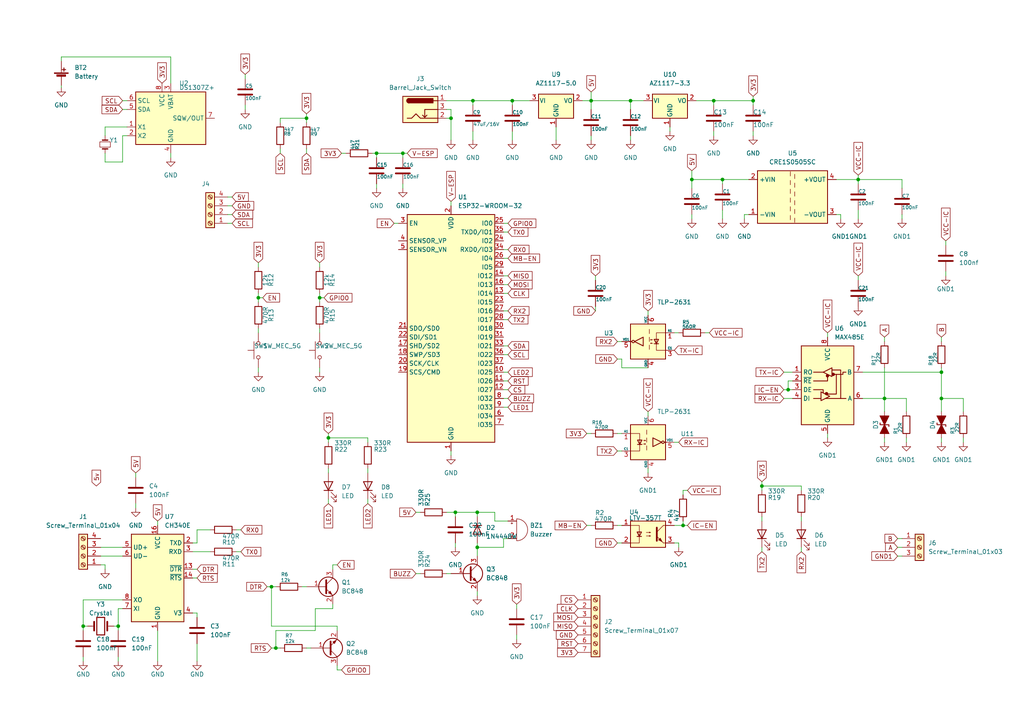
<source format=kicad_sch>
(kicad_sch (version 20230409) (generator eeschema)
  (paper "A4")
  (title_block (title "Ihm Esp32 Core") (date "2023-06-23") (rev "v2.0"))
  (junction (at 256.54 115.57))
  (junction (at 148.59 29.21))
  (junction (at 78.74 170.18))
  (junction (at 200.66 52.07))
  (junction (at 116.84 44.45))
  (junction (at 74.93 86.36))
  (junction (at 132.08 148.59))
  (junction (at 218.44 29.21))
  (junction (at 137.16 29.21))
  (junction (at 34.29 181.61))
  (junction (at 138.43 158.75))
  (junction (at 198.12 152.4))
  (junction (at 273.05 107.95))
  (junction (at 228.6 113.03))
  (junction (at 92.71 86.36))
  (junction (at 24.13 181.61))
  (junction (at 207.01 29.21))
  (junction (at 88.9 34.29))
  (junction (at 171.45 29.21))
  (junction (at 248.92 52.07))
  (junction (at 209.55 52.07))
  (junction (at 182.88 29.21))
  (junction (at 220.98 140.97))
  (junction (at 109.22 44.45))
  (junction (at 130.81 34.29))
  (junction (at 138.43 148.59))
  (junction (at 80.01 187.96))
  (junction (at 273.05 115.57))
  (junction (at 95.25 127))
  (wire (pts (xy 279.4 128.27) (xy 279.4 127)))
  (wire (pts (xy 81.28 34.29) (xy 88.9 34.29)))
  (wire (pts (xy 24.13 173.99) (xy 24.13 181.61)))
  (wire (pts (xy 57.15 186.69) (xy 57.15 191.77)))
  (wire (pts (xy 130.81 31.75) (xy 130.81 34.29)))
  (wire (pts (xy 97.79 193.04) (xy 97.79 194.31)))
  (wire (pts (xy 106.68 137.16) (xy 106.68 135.89)))
  (wire (pts (xy 170.18 152.4) (xy 171.45 152.4)))
  (wire (pts (xy 120.65 166.37) (xy 121.92 166.37)))
  (wire (pts (xy 71.12 21.59) (xy 71.12 22.86)))
  (wire (pts (xy 229.87 110.49) (xy 228.6 110.49)))
  (wire (pts (xy 148.59 40.64) (xy 148.59 38.1)))
  (wire (pts (xy 279.4 115.57) (xy 273.05 115.57)))
  (wire (pts (xy 196.85 157.48) (xy 196.85 158.75)))
  (wire (pts (xy 260.35 158.75) (xy 261.62 158.75)))
  (wire (pts (xy 87.63 170.18) (xy 88.9 170.18)))
  (wire (pts (xy 138.43 148.59) (xy 138.43 149.86)))
  (wire (pts (xy 250.19 107.95) (xy 273.05 107.95)))
  (wire (pts (xy 179.07 104.14) (xy 180.34 104.14)))
  (wire (pts (xy 256.54 97.79) (xy 256.54 99.06)))
  (wire (pts (xy 146.05 72.39) (xy 147.32 72.39)))
  (wire (pts (xy 97.79 194.31) (xy 99.06 194.31)))
  (wire (pts (xy 187.96 137.16) (xy 187.96 135.89)))
  (wire (pts (xy 120.65 148.59) (xy 121.92 148.59)))
  (wire (pts (xy 35.56 39.37) (xy 36.83 39.37)))
  (wire (pts (xy 172.72 80.01) (xy 172.72 81.28)))
  (wire (pts (xy 95.25 146.05) (xy 95.25 144.78)))
  (wire (pts (xy 29.21 158.75) (xy 35.56 158.75)))
  (wire (pts (xy 194.31 38.1) (xy 194.31 36.83)))
  (wire (pts (xy 17.782 24.7477) (xy 17.782 25.4)))
  (wire (pts (xy 273.05 107.95) (xy 273.05 115.57)))
  (wire (pts (xy 232.41 140.97) (xy 220.98 140.97)))
  (wire (pts (xy 248.92 50.8) (xy 248.92 52.07)))
  (wire (pts (xy 96.52 176.53) (xy 96.52 175.26)))
  (wire (pts (xy 242.57 62.23) (xy 243.84 62.23)))
  (wire (pts (xy 227.33 107.95) (xy 229.87 107.95)))
  (wire (pts (xy 250.19 115.57) (xy 256.54 115.57)))
  (wire (pts (xy 146.05 107.95) (xy 147.32 107.95)))
  (wire (pts (xy 149.86 175.26) (xy 149.86 176.53)))
  (wire (pts (xy 91.44 176.53) (xy 96.52 176.53)))
  (wire (pts (xy 149.86 185.42) (xy 149.86 184.15)))
  (wire (pts (xy 274.32 69.85) (xy 274.32 71.12)))
  (wire (pts (xy 147.32 113.03) (xy 146.05 113.03)))
  (wire (pts (xy 171.45 29.21) (xy 168.91 29.21)))
  (wire (pts (xy 147.32 115.57) (xy 146.05 115.57)))
  (wire (pts (xy 220.98 140.97) (xy 220.98 142.24)))
  (wire (pts (xy 200.66 49.53) (xy 200.66 52.07)))
  (wire (pts (xy 182.88 29.21) (xy 182.88 31.75)))
  (wire (pts (xy 109.22 54.61) (xy 109.22 53.34)))
  (wire (pts (xy 248.92 52.07) (xy 261.62 52.07)))
  (wire (pts (xy 273.05 128.27) (xy 273.05 127)))
  (wire (pts (xy 107.95 44.45) (xy 109.22 44.45)))
  (wire (pts (xy 132.08 148.59) (xy 138.43 148.59)))
  (wire (pts (xy 171.45 40.64) (xy 171.45 39.37)))
  (wire (pts (xy 143.51 151.13) (xy 147.32 151.13)))
  (wire (pts (xy 228.6 110.49) (xy 228.6 113.03)))
  (wire (pts (xy 78.74 187.96) (xy 80.01 187.96)))
  (wire (pts (xy 129.54 29.21) (xy 137.16 29.21)))
  (wire (pts (xy 97.79 181.61) (xy 97.79 182.88)))
  (wire (pts (xy 92.71 76.2) (xy 92.71 77.47)))
  (wire (pts (xy 30.48 46.99) (xy 35.56 46.99)))
  (wire (pts (xy 92.71 86.36) (xy 93.98 86.36)))
  (wire (pts (xy 17.782 25.4) (xy 17.78 25.4)))
  (wire (pts (xy 92.71 107.95) (xy 92.71 106.68)))
  (wire (pts (xy 29.21 161.29) (xy 35.56 161.29)))
  (wire (pts (xy 24.13 173.99) (xy 35.56 173.99)))
  (wire (pts (xy 147.32 64.77) (xy 146.05 64.77)))
  (wire (pts (xy 67.31 59.69) (xy 66.04 59.69)))
  (wire (pts (xy 137.16 29.21) (xy 137.16 30.48)))
  (wire (pts (xy 172.72 90.17) (xy 172.72 88.9)))
  (wire (pts (xy 39.37 137.16) (xy 39.37 138.43)))
  (wire (pts (xy 132.08 158.75) (xy 132.08 157.48)))
  (wire (pts (xy 129.54 31.75) (xy 130.81 31.75)))
  (wire (pts (xy 171.45 29.21) (xy 171.45 31.75)))
  (wire (pts (xy 34.29 191.77) (xy 34.29 190.5)))
  (wire (pts (xy 130.81 34.29) (xy 130.81 40.64)))
  (wire (pts (xy 96.52 163.83) (xy 97.79 163.83)))
  (wire (pts (xy 57.15 165.1) (xy 55.88 165.1)))
  (wire (pts (xy 215.9 62.23) (xy 215.9 63.5)))
  (wire (pts (xy 106.68 128.27) (xy 106.68 127)))
  (wire (pts (xy 77.47 170.18) (xy 78.74 170.18)))
  (wire (pts (xy 55.88 160.02) (xy 60.96 160.02)))
  (wire (pts (xy 186.69 29.21) (xy 182.88 29.21)))
  (wire (pts (xy 34.29 181.61) (xy 34.29 182.88)))
  (wire (pts (xy 74.93 85.09) (xy 74.93 86.36)))
  (wire (pts (xy 30.48 36.83) (xy 30.48 39.37)))
  (wire (pts (xy 36.83 36.83) (xy 30.48 36.83)))
  (wire (pts (xy 129.54 148.59) (xy 132.08 148.59)))
  (wire (pts (xy 180.34 106.68) (xy 187.96 106.68)))
  (wire (pts (xy 198.12 152.4) (xy 199.39 152.4)))
  (wire (pts (xy 24.13 181.61) (xy 25.4 181.61)))
  (wire (pts (xy 262.89 115.57) (xy 256.54 115.57)))
  (wire (pts (xy 232.41 160.02) (xy 232.41 158.75)))
  (wire (pts (xy 116.84 44.45) (xy 116.84 45.72)))
  (wire (pts (xy 78.74 170.18) (xy 80.01 170.18)))
  (wire (pts (xy 30.48 163.83) (xy 30.48 165.1)))
  (wire (pts (xy 74.93 76.2) (xy 74.93 77.47)))
  (wire (pts (xy 68.58 160.02) (xy 69.85 160.02)))
  (wire (pts (xy 49.53 24.13) (xy 49.53 16.51)))
  (wire (pts (xy 130.81 130.81) (xy 130.81 132.08)))
  (wire (pts (xy 187.96 119.38) (xy 187.96 120.65)))
  (wire (pts (xy 138.43 148.59) (xy 143.51 148.59)))
  (wire (pts (xy 138.43 158.75) (xy 138.43 157.48)))
  (wire (pts (xy 129.54 34.29) (xy 130.81 34.29)))
  (wire (pts (xy 228.6 113.03) (xy 229.87 113.03)))
  (wire (pts (xy 201.93 29.21) (xy 207.01 29.21)))
  (wire (pts (xy 17.78 16.51) (xy 49.53 16.51)))
  (wire (pts (xy 57.15 157.48) (xy 57.15 153.67)))
  (wire (pts (xy 179.07 130.81) (xy 180.34 130.81)))
  (wire (pts (xy 109.22 44.45) (xy 109.22 45.72)))
  (wire (pts (xy 260.35 156.21) (xy 261.62 156.21)))
  (wire (pts (xy 217.17 62.23) (xy 215.9 62.23)))
  (wire (pts (xy 146.05 118.11) (xy 147.32 118.11)))
  (wire (pts (xy 148.59 29.21) (xy 153.67 29.21)))
  (wire (pts (xy 179.07 125.73) (xy 180.34 125.73)))
  (wire (pts (xy 207.01 29.21) (xy 218.44 29.21)))
  (wire (pts (xy 80.01 187.96) (xy 81.28 187.96)))
  (wire (pts (xy 248.92 81.28) (xy 248.92 80.01)))
  (wire (pts (xy 57.15 167.64) (xy 55.88 167.64)))
  (wire (pts (xy 91.44 182.88) (xy 91.44 176.53)))
  (wire (pts (xy 81.28 44.45) (xy 81.28 43.18)))
  (wire (pts (xy 95.25 125.73) (xy 95.25 127)))
  (wire (pts (xy 180.34 104.14) (xy 180.34 106.68)))
  (wire (pts (xy 67.31 57.15) (xy 66.04 57.15)))
  (wire (pts (xy 88.9 34.29) (xy 88.9 35.56)))
  (wire (pts (xy 195.58 128.27) (xy 196.85 128.27)))
  (wire (pts (xy 138.43 158.75) (xy 146.05 158.75)))
  (wire (pts (xy 217.17 52.07) (xy 209.55 52.07)))
  (wire (pts (xy 146.05 156.21) (xy 147.32 156.21)))
  (wire (pts (xy 218.44 29.21) (xy 218.44 30.48)))
  (wire (pts (xy 106.68 146.05) (xy 106.68 144.78)))
  (wire (pts (xy 171.45 26.67) (xy 171.45 29.21)))
  (wire (pts (xy 114.3 64.77) (xy 115.57 64.77)))
  (wire (pts (xy 179.07 99.06) (xy 180.34 99.06)))
  (wire (pts (xy 57.15 153.67) (xy 60.96 153.67)))
  (wire (pts (xy 68.58 153.67) (xy 69.85 153.67)))
  (wire (pts (xy 256.54 115.57) (xy 256.54 119.38)))
  (wire (pts (xy 200.66 62.23) (xy 200.66 63.5)))
  (wire (pts (xy 34.29 176.53) (xy 34.29 181.61)))
  (wire (pts (xy 57.15 177.8) (xy 57.15 179.07)))
  (wire (pts (xy 240.03 96.52) (xy 240.03 97.79)))
  (wire (pts (xy 24.13 181.61) (xy 24.13 182.88)))
  (wire (pts (xy 218.44 39.37) (xy 218.44 38.1)))
  (wire (pts (xy 273.05 106.68) (xy 273.05 107.95)))
  (wire (pts (xy 279.4 119.38) (xy 279.4 115.57)))
  (wire (pts (xy 240.03 125.73) (xy 240.03 127)))
  (wire (pts (xy 200.66 52.07) (xy 209.55 52.07)))
  (wire (pts (xy 148.59 29.21) (xy 148.59 30.48)))
  (wire (pts (xy 232.41 151.13) (xy 232.41 149.86)))
  (wire (pts (xy 95.25 127) (xy 95.25 128.27)))
  (wire (pts (xy 74.93 86.36) (xy 74.93 87.63)))
  (wire (pts (xy 220.98 151.13) (xy 220.98 149.86)))
  (wire (pts (xy 106.68 127) (xy 95.25 127)))
  (wire (pts (xy 92.71 95.25) (xy 92.71 96.52)))
  (wire (pts (xy 80.01 182.88) (xy 91.44 182.88)))
  (wire (pts (xy 199.39 142.24) (xy 198.12 142.24)))
  (wire (pts (xy 242.57 52.07) (xy 248.92 52.07)))
  (wire (pts (xy 95.25 137.16) (xy 95.25 135.89)))
  (wire (pts (xy 218.44 27.94) (xy 218.44 29.21)))
  (wire (pts (xy 35.56 176.53) (xy 34.29 176.53)))
  (wire (pts (xy 35.56 39.37) (xy 35.56 46.99)))
  (wire (pts (xy 96.52 165.1) (xy 96.52 163.83)))
  (wire (pts (xy 138.43 158.75) (xy 138.43 161.29)))
  (wire (pts (xy 179.07 157.48) (xy 180.34 157.48)))
  (wire (pts (xy 129.54 166.37) (xy 130.81 166.37)))
  (wire (pts (xy 147.32 110.49) (xy 146.05 110.49)))
  (wire (pts (xy 182.88 40.64) (xy 182.88 39.37)))
  (wire (pts (xy 146.05 67.31) (xy 147.32 67.31)))
  (wire (pts (xy 99.06 44.45) (xy 100.33 44.45)))
  (wire (pts (xy 24.13 191.77) (xy 24.13 190.5)))
  (wire (pts (xy 256.54 106.68) (xy 256.54 115.57)))
  (wire (pts (xy 179.07 152.4) (xy 180.34 152.4)))
  (wire (pts (xy 146.05 92.71) (xy 147.32 92.71)))
  (wire (pts (xy 147.32 85.09) (xy 146.05 85.09)))
  (wire (pts (xy 146.05 90.17) (xy 147.32 90.17)))
  (wire (pts (xy 130.81 58.42) (xy 130.81 59.69)))
  (wire (pts (xy 195.58 157.48) (xy 196.85 157.48)))
  (wire (pts (xy 33.02 181.61) (xy 34.29 181.61)))
  (wire (pts (xy 147.32 82.55) (xy 146.05 82.55)))
  (wire (pts (xy 92.71 86.36) (xy 92.71 87.63)))
  (wire (pts (xy 55.88 177.8) (xy 57.15 177.8)))
  (wire (pts (xy 198.12 151.13) (xy 198.12 152.4)))
  (wire (pts (xy 137.16 40.64) (xy 137.16 38.1)))
  (wire (pts (xy 49.53 45.72) (xy 49.53 44.45)))
  (wire (pts (xy 35.56 29.21) (xy 36.83 29.21)))
  (wire (pts (xy 262.89 119.38) (xy 262.89 115.57)))
  (wire (pts (xy 200.66 54.61) (xy 200.66 52.07)))
  (wire (pts (xy 146.05 158.75) (xy 146.05 156.21)))
  (wire (pts (xy 195.58 96.52) (xy 196.85 96.52)))
  (wire (pts (xy 78.74 181.61) (xy 97.79 181.61)))
  (wire (pts (xy 116.84 54.61) (xy 116.84 53.34)))
  (wire (pts (xy 29.21 163.83) (xy 30.48 163.83)))
  (wire (pts (xy 248.92 52.07) (xy 248.92 53.34)))
  (wire (pts (xy 220.98 160.02) (xy 220.98 158.75)))
  (wire (pts (xy 227.33 113.03) (xy 228.6 113.03)))
  (wire (pts (xy 207.01 29.21) (xy 207.01 30.48)))
  (wire (pts (xy 243.84 62.23) (xy 243.84 63.5)))
  (wire (pts (xy 67.31 64.77) (xy 66.04 64.77)))
  (wire (pts (xy 262.89 128.27) (xy 262.89 127)))
  (wire (pts (xy 143.51 148.59) (xy 143.51 151.13)))
  (wire (pts (xy 227.33 115.57) (xy 229.87 115.57)))
  (wire (pts (xy 74.93 95.25) (xy 74.93 96.52)))
  (wire (pts (xy 81.28 35.56) (xy 81.28 34.29)))
  (wire (pts (xy 92.71 85.09) (xy 92.71 86.36)))
  (wire (pts (xy 170.18 125.73) (xy 171.45 125.73)))
  (wire (pts (xy 261.62 62.23) (xy 261.62 63.5)))
  (wire (pts (xy 137.16 29.21) (xy 148.59 29.21)))
  (wire (pts (xy 147.32 74.93) (xy 146.05 74.93)))
  (wire (pts (xy 220.98 139.7) (xy 220.98 140.97)))
  (wire (pts (xy 88.9 187.96) (xy 90.17 187.96)))
  (wire (pts (xy 30.48 44.45) (xy 30.48 46.99)))
  (wire (pts (xy 207.01 39.37) (xy 207.01 38.1)))
  (wire (pts (xy 261.62 54.61) (xy 261.62 52.07)))
  (wire (pts (xy 88.9 33.02) (xy 88.9 34.29)))
  (wire (pts (xy 67.31 62.23) (xy 66.04 62.23)))
  (wire (pts (xy 45.72 182.88) (xy 45.72 191.77)))
  (wire (pts (xy 187.96 90.17) (xy 187.96 91.44)))
  (wire (pts (xy 74.93 86.36) (xy 76.2 86.36)))
  (wire (pts (xy 138.43 172.72) (xy 138.43 171.45)))
  (wire (pts (xy 198.12 142.24) (xy 198.12 143.51)))
  (wire (pts (xy 39.37 147.32) (xy 39.37 146.05)))
  (wire (pts (xy 232.41 142.24) (xy 232.41 140.97)))
  (wire (pts (xy 182.88 29.21) (xy 171.45 29.21)))
  (wire (pts (xy 80.01 187.96) (xy 80.01 182.88)))
  (wire (pts (xy 132.08 148.59) (xy 132.08 149.86)))
  (wire (pts (xy 71.12 31.75) (xy 71.12 30.48)))
  (wire (pts (xy 273.05 115.57) (xy 273.05 119.38)))
  (wire (pts (xy 274.32 78.74) (xy 274.32 80.01)))
  (wire (pts (xy 161.29 40.64) (xy 161.29 36.83)))
  (wire (pts (xy 45.72 151.13) (xy 45.72 152.4)))
  (wire (pts (xy 204.47 96.52) (xy 205.74 96.52)))
  (wire (pts (xy 147.32 100.33) (xy 146.05 100.33)))
  (wire (pts (xy 74.93 107.95) (xy 74.93 106.68)))
  (wire (pts (xy 273.05 97.79) (xy 273.05 99.06)))
  (wire (pts (xy 209.55 52.07) (xy 209.55 53.34)))
  (wire (pts (xy 35.56 31.75) (xy 36.83 31.75)))
  (wire (pts (xy 109.22 44.45) (xy 116.84 44.45)))
  (wire (pts (xy 116.84 44.45) (xy 118.11 44.45)))
  (wire (pts (xy 147.32 102.87) (xy 146.05 102.87)))
  (wire (pts (xy 260.35 161.29) (xy 261.62 161.29)))
  (wire (pts (xy 55.88 157.48) (xy 57.15 157.48)))
  (wire (pts (xy 147.32 80.01) (xy 146.05 80.01)))
  (wire (pts (xy 17.78 16.51) (xy 17.78 17.78)))
  (wire (pts (xy 256.54 128.27) (xy 256.54 127)))
  (wire (pts (xy 195.58 152.4) (xy 198.12 152.4)))
  (wire (pts (xy 248.92 60.96) (xy 248.92 63.5)))
  (wire (pts (xy 209.55 60.96) (xy 209.55 63.5)))
  (wire (pts (xy 78.74 170.18) (xy 78.74 181.61)))
  (wire (pts (xy 88.9 44.45) (xy 88.9 43.18)))
  (global_label "RX2" (shape input) (at 179.07 99.06 180) (property "Intersheetrefs" "${INTERSHEET_REFS}" (effects hide)))
  (global_label "5V" (shape input) (at 171.45 26.67 90) (property "Intersheetrefs" "${INTERSHEET_REFS}" (effects hide)))
  (global_label "TX2" (shape input) (at 147.32 92.71 0) (property "Intersheetrefs" "${INTERSHEET_REFS}" (effects hide)))
  (global_label "SDA" (shape input) (at 35.56 31.75 180) (property "Intersheetrefs" "${INTERSHEET_REFS}" (effects hide)))
  (global_label "MOSI" (shape input) (at 167.64 179.07 180) (property "Intersheetrefs" "${INTERSHEET_REFS}" (effects hide)))
  (global_label "MB-EN" (shape input) (at 170.18 152.4 180) (property "Intersheetrefs" "${INTERSHEET_REFS}" (effects hide)))
  (global_label "3V3" (shape input) (at 74.93 76.2 90) (property "Intersheetrefs" "${INTERSHEET_REFS}" (effects hide)))
  (global_label "LED1" (shape input) (at 147.32 118.11 0) (property "Intersheetrefs" "${INTERSHEET_REFS}" (effects hide)))
  (global_label "3V3" (shape input) (at 167.64 189.23 180) (property "Intersheetrefs" "${INTERSHEET_REFS}" (effects hide)))
  (global_label "3V3" (shape input) (at 99.06 44.45 180) (property "Intersheetrefs" "${INTERSHEET_REFS}" (effects hide)))
  (global_label "3V3" (shape input) (at 92.71 76.2 90) (property "Intersheetrefs" "${INTERSHEET_REFS}" (effects hide)))
  (global_label "MISO" (shape input) (at 167.64 181.61 180) (property "Intersheetrefs" "${INTERSHEET_REFS}" (effects hide)))
  (global_label "TX0" (shape input) (at 69.85 160.02 0) (property "Intersheetrefs" "${INTERSHEET_REFS}" (effects hide)))
  (global_label "VCC-IC" (shape input) (at 248.92 80.01 90) (property "Intersheetrefs" "${INTERSHEET_REFS}" (effects hide)))
  (global_label "A" (shape input) (at 260.35 158.75 180) (property "Intersheetrefs" "${INTERSHEET_REFS}" (effects hide)))
  (global_label "RX2" (shape input) (at 147.32 90.17 0) (property "Intersheetrefs" "${INTERSHEET_REFS}" (effects hide)))
  (global_label "DTR" (shape input) (at 57.15 165.1 0) (property "Intersheetrefs" "${INTERSHEET_REFS}" (effects hide)))
  (global_label "5V" (shape input) (at 67.31 57.15 0) (property "Intersheetrefs" "${INTERSHEET_REFS}" (effects hide)))
  (global_label "MB-EN" (shape input) (at 147.32 74.93 0) (property "Intersheetrefs" "${INTERSHEET_REFS}" (effects hide)))
  (global_label "GND1" (shape input) (at 260.35 161.29 180) (property "Intersheetrefs" "${INTERSHEET_REFS}" (effects hide)))
  (global_label "3V3" (shape input) (at 172.72 80.01 90) (property "Intersheetrefs" "${INTERSHEET_REFS}" (effects hide)))
  (global_label "TX-IC" (shape input) (at 227.33 107.95 180) (property "Intersheetrefs" "${INTERSHEET_REFS}" (effects hide)))
  (global_label "GPIO0" (shape input) (at 99.06 194.31 0) (property "Intersheetrefs" "${INTERSHEET_REFS}" (effects hide)))
  (global_label "EN" (shape input) (at 97.79 163.83 0) (property "Intersheetrefs" "${INTERSHEET_REFS}" (effects hide)))
  (global_label "SDA" (shape input) (at 67.31 62.23 0) (property "Intersheetrefs" "${INTERSHEET_REFS}" (effects hide)))
  (global_label "RX0" (shape input) (at 69.85 153.67 0) (property "Intersheetrefs" "${INTERSHEET_REFS}" (effects hide)))
  (global_label "CS" (shape input) (at 147.32 113.03 0) (property "Intersheetrefs" "${INTERSHEET_REFS}" (effects hide)))
  (global_label "SDA" (shape input) (at 147.32 100.33 0) (property "Intersheetrefs" "${INTERSHEET_REFS}" (effects hide)))
  (global_label "CLK" (shape input) (at 147.32 85.09 0) (property "Intersheetrefs" "${INTERSHEET_REFS}" (effects hide)))
  (global_label "SDA" (shape input) (at 88.9 44.45 270) (property "Intersheetrefs" "${INTERSHEET_REFS}" (effects hide)))
  (global_label "LED2" (shape input) (at 147.32 107.95 0) (property "Intersheetrefs" "${INTERSHEET_REFS}" (effects hide)))
  (global_label "VCC-IC" (shape input) (at 240.03 96.52 90) (property "Intersheetrefs" "${INTERSHEET_REFS}" (effects hide)))
  (global_label "GND" (shape input) (at 179.07 104.14 180) (property "Intersheetrefs" "${INTERSHEET_REFS}" (effects hide)))
  (global_label "SCL" (shape input) (at 147.32 102.87 0) (property "Intersheetrefs" "${INTERSHEET_REFS}" (effects hide)))
  (global_label "TX2" (shape input) (at 179.07 130.81 180) (property "Intersheetrefs" "${INTERSHEET_REFS}" (effects hide)))
  (global_label "VCC-IC" (shape input) (at 205.74 96.52 0) (property "Intersheetrefs" "${INTERSHEET_REFS}" (effects hide)))
  (global_label "5V" (shape input) (at 120.65 148.59 180) (property "Intersheetrefs" "${INTERSHEET_REFS}" (effects hide)))
  (global_label "SCL" (shape input) (at 35.56 29.21 180) (property "Intersheetrefs" "${INTERSHEET_REFS}" (effects hide)))
  (global_label "RST" (shape input) (at 147.32 110.49 0) (property "Intersheetrefs" "${INTERSHEET_REFS}" (effects hide)))
  (global_label "RX2" (shape input) (at 232.41 160.02 270) (property "Intersheetrefs" "${INTERSHEET_REFS}" (effects hide)))
  (global_label "BUZZ" (shape input) (at 147.32 115.57 0) (property "Intersheetrefs" "${INTERSHEET_REFS}" (effects hide)))
  (global_label "VCC-IC" (shape input) (at 248.92 50.8 90) (property "Intersheetrefs" "${INTERSHEET_REFS}" (effects hide)))
  (global_label "GPIO0" (shape input) (at 93.98 86.36 0) (property "Intersheetrefs" "${INTERSHEET_REFS}" (effects hide)))
  (global_label "5v" (shape input) (at 27.94 140.97 90) (property "Intersheetrefs" "${INTERSHEET_REFS}" (effects hide)))
  (global_label "RTS" (shape input) (at 57.15 167.64 0) (property "Intersheetrefs" "${INTERSHEET_REFS}" (effects hide)))
  (global_label "RX-IC" (shape input) (at 196.85 128.27 0) (property "Intersheetrefs" "${INTERSHEET_REFS}" (effects hide)))
  (global_label "3V3" (shape input) (at 46.99 24.13 90) (property "Intersheetrefs" "${INTERSHEET_REFS}" (effects hide)))
  (global_label "5V" (shape input) (at 200.66 49.53 90) (property "Intersheetrefs" "${INTERSHEET_REFS}" (effects hide)))
  (global_label "SCL" (shape input) (at 67.31 64.77 0) (property "Intersheetrefs" "${INTERSHEET_REFS}" (effects hide)))
  (global_label "RST" (shape input) (at 167.64 186.69 180) (property "Intersheetrefs" "${INTERSHEET_REFS}" (effects hide)))
  (global_label "GND" (shape input) (at 167.64 184.15 180) (property "Intersheetrefs" "${INTERSHEET_REFS}" (effects hide)))
  (global_label "5V" (shape input) (at 39.37 137.16 90) (property "Intersheetrefs" "${INTERSHEET_REFS}" (effects hide)))
  (global_label "RX0" (shape input) (at 147.32 72.39 0) (property "Intersheetrefs" "${INTERSHEET_REFS}" (effects hide)))
  (global_label "RTS" (shape input) (at 78.74 187.96 180) (property "Intersheetrefs" "${INTERSHEET_REFS}" (effects hide)))
  (global_label "CLK" (shape input) (at 167.64 176.53 180) (property "Intersheetrefs" "${INTERSHEET_REFS}" (effects hide)))
  (global_label "TX0" (shape input) (at 147.32 67.31 0) (property "Intersheetrefs" "${INTERSHEET_REFS}" (effects hide)))
  (global_label "GND" (shape input) (at 67.31 59.69 0) (property "Intersheetrefs" "${INTERSHEET_REFS}" (effects hide)))
  (global_label "3V3" (shape input) (at 218.44 27.94 90) (property "Intersheetrefs" "${INTERSHEET_REFS}" (effects hide)))
  (global_label "B" (shape input) (at 273.05 97.79 90) (property "Intersheetrefs" "${INTERSHEET_REFS}" (effects hide)))
  (global_label "GND" (shape input) (at 172.72 90.17 180) (property "Intersheetrefs" "${INTERSHEET_REFS}" (effects hide)))
  (global_label "BUZZ" (shape input) (at 120.65 166.37 180) (property "Intersheetrefs" "${INTERSHEET_REFS}" (effects hide)))
  (global_label "MOSI" (shape input) (at 147.32 82.55 0) (property "Intersheetrefs" "${INTERSHEET_REFS}" (effects hide)))
  (global_label "LED1" (shape input) (at 95.25 146.05 270) (property "Intersheetrefs" "${INTERSHEET_REFS}" (effects hide)))
  (global_label "3V3" (shape input) (at 71.12 21.59 90) (property "Intersheetrefs" "${INTERSHEET_REFS}" (effects hide)))
  (global_label "CS" (shape input) (at 167.64 173.99 180) (property "Intersheetrefs" "${INTERSHEET_REFS}" (effects hide)))
  (global_label "VCC-IC" (shape input) (at 274.32 69.85 90) (property "Intersheetrefs" "${INTERSHEET_REFS}" (effects hide)))
  (global_label "GND" (shape input) (at 179.07 157.48 180) (property "Intersheetrefs" "${INTERSHEET_REFS}" (effects hide)))
  (global_label "VCC-IC" (shape input) (at 187.96 119.38 90) (property "Intersheetrefs" "${INTERSHEET_REFS}" (effects hide)))
  (global_label "A" (shape input) (at 256.54 97.79 90) (property "Intersheetrefs" "${INTERSHEET_REFS}" (effects hide)))
  (global_label "DTR" (shape input) (at 77.47 170.18 180) (property "Intersheetrefs" "${INTERSHEET_REFS}" (effects hide)))
  (global_label "V-ESP" (shape input) (at 130.81 58.42 90) (property "Intersheetrefs" "${INTERSHEET_REFS}" (effects hide)))
  (global_label "V-ESP" (shape input) (at 118.11 44.45 0) (property "Intersheetrefs" "${INTERSHEET_REFS}" (effects hide)))
  (global_label "MISO" (shape input) (at 147.32 80.01 0) (property "Intersheetrefs" "${INTERSHEET_REFS}" (effects hide)))
  (global_label "3V3" (shape input) (at 187.96 90.17 90) (property "Intersheetrefs" "${INTERSHEET_REFS}" (effects hide)))
  (global_label "3V3" (shape input) (at 149.86 175.26 90) (property "Intersheetrefs" "${INTERSHEET_REFS}" (effects hide)))
  (global_label "3V3" (shape input) (at 88.9 33.02 90) (property "Intersheetrefs" "${INTERSHEET_REFS}" (effects hide)))
  (global_label "IC-EN" (shape input) (at 227.33 113.03 180) (property "Intersheetrefs" "${INTERSHEET_REFS}" (effects hide)))
  (global_label "LED2" (shape input) (at 106.68 146.05 270) (property "Intersheetrefs" "${INTERSHEET_REFS}" (effects hide)))
  (global_label "B" (shape input) (at 260.35 156.21 180) (property "Intersheetrefs" "${INTERSHEET_REFS}" (effects hide)))
  (global_label "TX2" (shape input) (at 220.98 160.02 270) (property "Intersheetrefs" "${INTERSHEET_REFS}" (effects hide)))
  (global_label "TX-IC" (shape input) (at 195.58 101.6 0) (property "Intersheetrefs" "${INTERSHEET_REFS}" (effects hide)))
  (global_label "EN" (shape input) (at 114.3 64.77 180) (property "Intersheetrefs" "${INTERSHEET_REFS}" (effects hide)))
  (global_label "5V" (shape input) (at 45.72 151.13 90) (property "Intersheetrefs" "${INTERSHEET_REFS}" (effects hide)))
  (global_label "IC-EN" (shape input) (at 199.39 152.4 0) (property "Intersheetrefs" "${INTERSHEET_REFS}" (effects hide)))
  (global_label "VCC-IC" (shape input) (at 199.39 142.24 0) (property "Intersheetrefs" "${INTERSHEET_REFS}" (effects hide)))
  (global_label "3V3" (shape input) (at 95.25 125.73 90) (property "Intersheetrefs" "${INTERSHEET_REFS}" (effects hide)))
  (global_label "GPIO0" (shape input) (at 147.32 64.77 0) (property "Intersheetrefs" "${INTERSHEET_REFS}" (effects hide)))
  (global_label "3V3" (shape input) (at 220.98 139.7 90) (property "Intersheetrefs" "${INTERSHEET_REFS}" (effects hide)))
  (global_label "EN" (shape input) (at 76.2 86.36 0) (property "Intersheetrefs" "${INTERSHEET_REFS}" (effects hide)))
  (global_label "SCL" (shape input) (at 81.28 44.45 270) (property "Intersheetrefs" "${INTERSHEET_REFS}" (effects hide)))
  (global_label "RX-IC" (shape input) (at 227.33 115.57 180) (property "Intersheetrefs" "${INTERSHEET_REFS}" (effects hide)))
  (global_label "3V3" (shape input) (at 170.18 125.73 180) (property "Intersheetrefs" "${INTERSHEET_REFS}" (effects hide)))
  (symbol (lib_id "power:GND") (at 200.66 63.5 0) (unit 1)
    (property "Reference" "#PWR014" (effects hide))
    (property "Value" "GND" (at 200.66 68.58 0))
  )
  (symbol (lib_id "Connector:Screw_Terminal_01x03") (at 266.7 158.75 0) (unit 1)
    (property "Reference" "J6" (at 269.24 157.4799 0) (effects (justify left)))
    (property "Value" "Screw_Terminal_01x03" (at 269.24 160.0199 0) (effects (justify left)))
    (property "Footprint" "Library:KF128L-3.5-3P" (effects hide))
  )
  (symbol (lib_id "Device:Buzzer") (at 149.86 153.67 0) (unit 1)
    (property "Reference" "BZ1" (at 153.67 152.3999 0) (effects (justify left)))
    (property "Value" "Buzzer" (at 153.67 154.9399 0) (effects (justify left)))
    (property "Footprint" "Buzzer_Beeper:Buzzer_12x9.5RM7.6" (effects hide))
  )
  (symbol (lib_id "Device:C") (at 182.88 35.56 0) (unit 1)
    (property "Reference" "C12" (at 182.8464 33.7683 0) (effects (font (size 1 1)) (justify left)))
    (property "Value" "100nF" (at 182.9855 37.4199 0) (effects (font (size 1 1)) (justify left)))
    (property "Footprint" "Capacitor_SMD:C_0805_2012Metric" (effects hide))
  )
  (symbol (lib_id "Device:C") (at 148.59 34.29 0) (unit 1)
    (property "Reference" "C10" (at 148.6119 32.5732 0) (effects (font (size 1 1)) (justify left)))
    (property "Value" "100nF" (at 148.662 36.0287 0) (effects (font (size 1 1)) (justify left)))
    (property "Footprint" "Capacitor_SMD:C_0805_2012Metric" (effects hide))
  )
  (symbol (lib_id "Regulator_Linear:AZ1117-5.0") (at 161.29 29.21 0) (unit 1)
    (property "Reference" "U9" (at 161.29 21.59 0))
    (property "Value" "AZ1117-5.0" (at 161.29 24.13 0))
    (property "Footprint" "Package_TO_SOT_SMD:SOT-223" (effects hide))
    (property "Datasheet" "https://www.diodes.com/assets/Datasheets/AZ1117.pdf" (effects hide))
  )
  (symbol (lib_id "Device:D_TVS_Filled") (at 273.05 123.19 90) (unit 1)
    (property "Reference" "D4" (at 270.51 123.19 0))
    (property "Value" "D_TVS_Filled" (effects hide))
    (property "Footprint" "Diode_SMD:D_SOD-128" (effects hide))
  )
  (symbol (lib_id "Device:C") (at 218.44 34.29 0) (unit 1)
    (property "Reference" "C14" (at 218.3923 32.5221 0) (effects (justify left)))
    (property "Value" "100nF" (at 218.3923 36.2027 0) (effects (justify left)))
    (property "Footprint" "Capacitor_SMD:C_0805_2012Metric" (effects hide))
  )
  (symbol (lib_id "Isolator:LTV-357T") (at 187.96 154.94 0) (unit 1)
    (property "Reference" "U4" (at 183.896 148.5392 0))
    (property "Value" "LTV-357T" (at 187.198 150.241 0))
    (property "Footprint" "Package_SO:SO-4_4.4x3.6mm_P2.54mm" (effects hide))
    (property "Datasheet" "https://www.buerklin.com/medias/sys_master/download/download/h91/ha0/8892020588574.pdf" (effects hide))
  )
  (symbol (lib_id "Device:C") (at 116.84 49.53 0) (unit 1)
    (property "Reference" "C16" (at 116.8619 47.8132 0) (effects (font (size 1 1)) (justify left)))
    (property "Value" "100nF" (at 116.912 51.2687 0) (effects (font (size 1 1)) (justify left)))
    (property "Footprint" "Capacitor_SMD:C_0805_2012Metric" (effects hide))
  )
  (symbol (lib_name "SW_MEC_5G_1") (lib_id "Switch:SW_MEC_5G") (at 92.71 101.6 90) (unit 1)
    (property "Reference" "SW2" (at 91.4399 100.33 90) (effects (justify right)))
    (property "Value" "SW_MEC_5G" (at 93.98 100.33 90) (effects (justify right)))
    (property "Footprint" "Button_Switch_SMD:SW_DIP_SPSTx01_Slide_6.7x4.1mm_W6.73mm_P2.54mm_LowProfile_JPin" (effects hide))
    (property "Datasheet" "http://www.apem.com/int/index.php?controller=attachment&id_attachment=488" (effects hide))
  )
  (symbol (lib_id "Device:C") (at 209.55 57.15 0) (unit 1)
    (property "Reference" "C1" (at 209.6145 55.5038 0) (effects (font (size 1 1)) (justify left)))
    (property "Value" "100nF" (at 209.5272 58.9911 0) (effects (font (size 1 1)) (justify left)))
    (property "Footprint" "Capacitor_SMD:C_0805_2012Metric" (effects hide))
  )
  (symbol (lib_id "Connector:Screw_Terminal_01x07") (at 172.72 181.61 0) (unit 1)
    (property "Reference" "J2" (at 175.26 180.3399 0) (effects (justify left)))
    (property "Value" "Screw_Terminal_01x07" (at 175.26 182.8799 0) (effects (justify left)))
    (property "Footprint" "Library:kk-2.54-7P" (effects hide))
  )
  (symbol (lib_id "Device:C") (at 248.92 57.15 0) (unit 1)
    (property "Reference" "C2" (at 248.9845 55.5038 0) (effects (font (size 1 1)) (justify left)))
    (property "Value" "100nF" (at 248.8972 58.9911 0) (effects (font (size 1 1)) (justify left)))
    (property "Footprint" "Capacitor_SMD:C_0805_2012Metric" (effects hide))
  )
  (symbol (lib_id "power:GND") (at 215.9 63.5 0) (unit 1)
    (property "Reference" "#PWR05" (effects hide))
    (property "Value" "GND" (at 215.9 68.58 0))
  )
  (symbol (lib_id "Device:C") (at 200.66 58.42 0) (unit 1)
    (property "Reference" "C6" (at 200.7245 56.7738 0) (effects (font (size 1 1)) (justify left)))
    (property "Value" "100nF" (at 200.6372 60.2611 0) (effects (font (size 1 1)) (justify left)))
    (property "Footprint" "Capacitor_SMD:C_0805_2012Metric" (effects hide))
  )
  (symbol (lib_id "Device:LED") (at 106.68 140.97 90) (unit 1)
    (property "Reference" "D8" (at 110.49 141.2874 90) (effects (justify right)))
    (property "Value" "LED" (at 110.49 143.8274 90) (effects (justify right)))
    (property "Footprint" "LED_SMD:LED_0805_2012Metric_Pad1.15x1.40mm_HandSolder" (effects hide))
  )
  (symbol (lib_id "power:GND") (at 39.37 147.32 0) (unit 1)
    (property "Reference" "#PWR012" (effects hide))
    (property "Value" "GND" (at 39.37 152.4 0))
  )
  (symbol (lib_id "power:GND1") (at 273.05 128.27 0) (unit 1)
    (property "Reference" "#PWR032" (effects hide))
    (property "Value" "GND1" (at 273.05 133.35 0))
  )
  (symbol (lib_id "power:GND") (at 130.81 40.64 0) (unit 1)
    (property "Reference" "#PWR021" (effects hide))
    (property "Value" "GND" (at 130.81 45.72 0))
  )
  (symbol (lib_id "Device:R") (at 104.14 44.45 90) (unit 1)
    (property "Reference" "R21" (at 103.6247 43.3981 0) (effects (font (size 1 1)) (justify left)))
    (property "Value" "4k7" (at 102.3333 43.3981 0) (effects (font (size 1 1)) (justify left)))
    (property "Footprint" "Resistor_SMD:R_1206_3216Metric" (effects hide))
  )
  (symbol (lib_id "Device:C") (at 171.45 35.56 0) (unit 1)
    (property "Reference" "C11" (at 171.4164 33.7683 0) (effects (font (size 1 1)) (justify left)))
    (property "Value" "100nF" (at 171.5555 37.4199 0) (effects (font (size 1 1)) (justify left)))
    (property "Footprint" "Capacitor_SMD:C_0805_2012Metric" (effects hide))
  )
  (symbol (lib_id "power:GND1") (at 262.89 128.27 0) (unit 1)
    (property "Reference" "#PWR02" (effects hide))
    (property "Value" "GND1" (at 262.89 133.35 0))
  )
  (symbol (lib_id "power:GND") (at 24.13 191.77 0) (unit 1)
    (property "Reference" "#PWR034" (effects hide))
    (property "Value" "GND" (at 24.13 195.58 0))
  )
  (symbol (lib_id "power:GND") (at 148.59 40.64 0) (unit 1)
    (property "Reference" "#PWR023" (effects hide))
    (property "Value" "GND" (at 148.59 45.72 0))
  )
  (symbol (lib_id "power:GND1") (at 248.92 63.5 0) (unit 1)
    (property "Reference" "#PWR07" (effects hide))
    (property "Value" "GND1" (at 248.92 68.58 0))
  )
  (symbol (lib_id "Connector:Screw_Terminal_01x04") (at 60.96 62.23 180) (unit 1)
    (property "Reference" "J4" (at 59.69 53.34 0))
    (property "Value" "Screw_Terminal_01x04" (effects hide))
    (property "Footprint" "Library:kk-2.54-4P" (effects hide))
  )
  (symbol (lib_name "C_1") (lib_id "Device:C") (at 248.92 85.09 0) (unit 1)
    (property "Reference" "C21" (at 248.9041 83.5264 0) (effects (font (size 1 1)) (justify left)))
    (property "Value" "100nF" (at 248.885 86.8385 0) (effects (font (size 1 1)) (justify left)))
    (property "Footprint" "Capacitor_SMD:C_0805_2012Metric" (effects hide))
  )
  (symbol (lib_id "Device:C") (at 109.22 49.53 0) (unit 1)
    (property "Reference" "C15" (at 109.2419 47.8132 0) (effects (font (size 1 1)) (justify left)))
    (property "Value" "100nF" (at 109.292 51.2687 0) (effects (font (size 1 1)) (justify left)))
    (property "Footprint" "Capacitor_SMD:C_0805_2012Metric" (effects hide))
  )
  (symbol (lib_id "power:GND") (at 194.31 38.1 0) (unit 1)
    (property "Reference" "#PWR020" (effects hide))
    (property "Value" "GND" (at 194.31 43.18 0))
  )
  (symbol (lib_id "Device:R") (at 64.77 153.67 270) (unit 1)
    (property "Reference" "R10" (at 66.3448 157.2768 90))
    (property "Value" "470R" (at 66.9798 155.5496 90))
    (property "Footprint" "Resistor_SMD:R_0805_2012Metric" (effects hide))
  )
  (symbol (lib_id "power:GND1") (at 274.32 80.01 0) (unit 1)
    (property "Reference" "#PWR016" (effects hide))
    (property "Value" "GND1" (at 274.32 83.82 0))
  )
  (symbol (lib_id "power:GND") (at 17.78 25.4 0) (unit 1)
    (property "Reference" "#PWR037" (effects hide))
    (property "Value" "GND" (at 17.78 30.48 0))
  )
  (symbol (lib_id "Device:R") (at 200.66 96.52 90) (unit 1)
    (property "Reference" "R5" (at 198.9552 93.4286 90) (effects (font (size 1 1))))
    (property "Value" "560R" (at 199.873 94.7569 90) (effects (font (size 1 1))))
    (property "Footprint" "Resistor_SMD:R_0805_2012Metric" (effects hide))
  )
  (symbol (lib_id "power:GND") (at 57.15 191.77 0) (unit 1)
    (property "Reference" "#PWR010" (effects hide))
    (property "Value" "GND" (at 57.15 195.58 0))
  )
  (symbol (lib_id "New_Library:RQ12000160") (at 29.21 181.61 0) (unit 1)
    (property "Reference" "Y3" (at 29.21 175.26 0))
    (property "Value" "Crystal" (at 29.21 177.8 0))
    (property "Footprint" "Library:SMD2520-4P" (effects hide))
  )
  (symbol (lib_id "Device:LED") (at 220.98 154.94 90) (unit 1)
    (property "Reference" "D5" (at 224.79 155.2574 90) (effects (justify right)))
    (property "Value" "LED" (at 224.79 157.7974 90) (effects (justify right)))
    (property "Footprint" "LED_SMD:LED_0805_2012Metric_Pad1.15x1.40mm_HandSolder" (effects hide))
  )
  (symbol (lib_id "power:GND") (at 161.29 40.64 0) (unit 1)
    (property "Reference" "#PWR019" (effects hide))
    (property "Value" "GND" (at 161.29 45.72 0))
  )
  (symbol (lib_id "power:GND") (at 171.45 40.64 0) (unit 1)
    (property "Reference" "#PWR024" (effects hide))
    (property "Value" "GND" (at 171.45 45.72 0))
  )
  (symbol (lib_id "power:GND1") (at 279.4 128.27 0) (unit 1)
    (property "Reference" "#PWR038" (effects hide))
    (property "Value" "GND1" (at 279.4 133.35 0))
  )
  (symbol (lib_id "power:GND") (at 218.44 39.37 0) (unit 1)
    (property "Reference" "#PWR027" (effects hide))
    (property "Value" "GND" (at 218.44 44.45 0))
  )
  (symbol (lib_id "power:GND") (at 109.22 54.61 0) (unit 1)
    (property "Reference" "#PWR0101" (effects hide))
    (property "Value" "GND" (at 109.22 59.69 0))
  )
  (symbol (lib_id "power:GND") (at 182.88 40.64 0) (unit 1)
    (property "Reference" "#PWR025" (effects hide))
    (property "Value" "GND" (at 182.88 45.72 0))
  )
  (symbol (lib_id "Device:R") (at 256.54 102.87 180) (unit 1)
    (property "Reference" "R17" (at 253.4486 104.5748 90) (effects (font (size 1 1))))
    (property "Value" "22R" (at 254.7769 103.657 90) (effects (font (size 1 1))))
    (property "Footprint" "Resistor_SMD:R_0805_2012Metric" (effects hide))
  )
  (symbol (lib_id "Connector:Screw_Terminal_01x04") (at 24.13 161.29 180) (unit 1)
    (property "Reference" "J1" (at 24.13 149.86 0))
    (property "Value" "Screw_Terminal_01x04" (at 24.13 152.4 0))
    (property "Footprint" "Library:kk-2.54-4P" (effects hide))
  )
  (symbol (lib_name "CH340E_2") (lib_id "Componentes:CH340E") (at 45.72 167.64 0) (unit 1)
    (property "Reference" "U7" (at 47.7394 149.86 0) (effects (justify left)))
    (property "Value" "CH340E" (at 47.7394 152.4 0) (effects (justify left)))
    (property "Footprint" "Package_SO:SO-16_3.9x9.9mm_P1.27mm" (effects hide))
    (property "Datasheet" "https://www.mpja.com/download/35227cpdata.pdf" (effects hide))
  )
  (symbol (lib_id "Device:R") (at 92.71 81.28 0) (unit 1)
    (property "Reference" "R14" (at 96.3623 81.2598 90))
    (property "Value" "12k" (at 94.7539 81.2397 90))
    (property "Footprint" "Resistor_SMD:R_0805_2012Metric" (effects hide))
  )
  (symbol (lib_id "power:GND1") (at 196.85 158.75 0) (unit 1)
    (property "Reference" "#PWR04" (effects hide))
    (property "Value" "GND1" (at 196.85 163.83 0))
  )
  (symbol (lib_name "C_1") (lib_id "Device:C") (at 261.62 58.42 0) (unit 1)
    (property "Reference" "C7" (at 261.6041 56.8564 0) (effects (font (size 1 1)) (justify left)))
    (property "Value" "100nF" (at 261.585 60.1685 0) (effects (font (size 1 1)) (justify left)))
    (property "Footprint" "Capacitor_SMD:C_0805_2012Metric" (effects hide))
  )
  (symbol (lib_id "Timer_RTC:DS1307Z+") (at 49.53 34.29 0) (unit 1)
    (property "Reference" "U2" (at 53.34 24.13 0))
    (property "Value" "DS1307Z+" (at 57.15 25.4 0))
    (property "Footprint" "Package_SO:SOIC-8_3.9x4.9mm_P1.27mm" (effects hide))
    (property "Datasheet" "https://datasheets.maximintegrated.com/en/ds/DS1307.pdf" (effects hide))
  )
  (symbol (lib_id "power:GND") (at 137.16 40.64 0) (unit 1)
    (property "Reference" "#PWR022" (effects hide))
    (property "Value" "GND" (at 137.16 45.72 0))
  )
  (symbol (lib_id "power:GND") (at 149.86 185.42 0) (unit 1)
    (property "Reference" "#PWR033" (effects hide))
    (property "Value" "GND" (at 149.86 190.5 0))
  )
  (symbol (lib_id "Device:Crystal_Small") (at 30.48 41.91 90) (unit 1)
    (property "Reference" "Y1" (at 31.75 40.64 90) (effects (justify right)))
    (property "Value" "Crystal_Small" (effects hide))
    (property "Footprint" "Crystal:Crystal_AT310_D3.0mm_L10.0mm_Horizontal_1EP_style1" (effects hide))
  )
  (symbol (lib_id "Device:C") (at 137.16 34.29 0) (unit 1)
    (property "Reference" "C9" (at 137.1819 32.5732 0) (effects (font (size 1 1)) (justify left)))
    (property "Value" "47uF/16V" (at 137.232 36.0287 0) (effects (font (size 1 1)) (justify left)))
    (property "Footprint" "Capacitor_SMD:C_1210_3225Metric" (effects hide))
  )
  (symbol (lib_id "Device:R") (at 279.4 123.19 180) (unit 1)
    (property "Reference" "R3" (at 276.3086 124.8948 90) (effects (font (size 1 1))))
    (property "Value" "22R" (at 277.6369 123.977 90) (effects (font (size 1 1))))
    (property "Footprint" "Resistor_SMD:R_0805_2012Metric" (effects hide))
  )
  (symbol (lib_id "power:GND") (at 45.72 191.77 0) (unit 1)
    (property "Reference" "#PWR011" (effects hide))
    (property "Value" "GND" (at 45.72 195.58 0))
  )
  (symbol (lib_id "RF_Module:ESP32-WROOM-32") (at 130.81 95.25 0) (unit 1)
    (property "Reference" "U1" (at 132.8294 57.15 0) (effects (justify left)))
    (property "Value" "ESP32-WROOM-32" (at 132.8294 59.69 0) (effects (justify left)))
    (property "Footprint" "componentes:ESP32-WROOM-32" (effects hide))
    (property "Datasheet" "https://www.espressif.com/sites/default/files/documentation/esp32-wroom-32_datasheet_en.pdf" (effects hide))
  )
  (symbol (lib_id "power:GND1") (at 243.84 63.5 0) (unit 1)
    (property "Reference" "#PWR06" (effects hide))
    (property "Value" "GND1" (at 243.84 68.58 0))
  )
  (symbol (lib_id "power:GND") (at 92.71 107.95 0) (unit 1)
    (property "Reference" "#PWR029" (effects hide))
    (property "Value" "GND" (at 92.71 113.03 0))
  )
  (symbol (lib_id "Device:C") (at 207.01 34.29 0) (unit 1)
    (property "Reference" "C13" (at 206.9623 32.5221 0) (effects (justify left)))
    (property "Value" "100nF" (at 206.9623 36.2027 0) (effects (justify left)))
    (property "Footprint" "Capacitor_SMD:C_0805_2012Metric" (effects hide))
  )
  (symbol (lib_id "power:GND1") (at 248.92 88.9 0) (unit 1)
    (property "Reference" "#PWR030" (effects hide))
    (property "Value" "GND1" (at 248.92 93.98 0))
  )
  (symbol (lib_id "power:GND1") (at 256.54 128.27 0) (unit 1)
    (property "Reference" "#PWR031" (effects hide))
    (property "Value" "GND1" (at 256.54 133.35 0))
  )
  (symbol (lib_id "New_Library:TLP-2631") (at 187.96 104.14 0) (mirror y) (unit 1)
    (property "Reference" "U3" (at 176.53 96.6217 0))
    (property "Value" "TLP-2631" (at 195.58 87.63 0))
    (property "Footprint" "Package_SO:SO-5_4.4x3.6mm_P1.27mm" (effects hide))
  )
  (symbol (lib_id "Transistor_BJT:BC848") (at 135.89 166.37 0) (unit 1)
    (property "Reference" "Q3" (at 140.97 165.0999 0) (effects (justify left)))
    (property "Value" "BC848" (at 140.97 167.6399 0) (effects (justify left)))
    (property "Footprint" "Package_TO_SOT_SMD:SOT-23" (effects hide))
    (property "Datasheet" "http://www.infineon.com/dgdl/Infineon-BC847SERIES_BC848SERIES_BC849SERIES_BC850SERIES-DS-v01_01-en.pdf?fileId=db3a304314dca389011541d4630a1657" (effects hide))
  )
  (symbol (lib_id "Device:C") (at 172.72 85.09 0) (unit 1)
    (property "Reference" "C20" (at 172.7419 83.3732 0) (effects (font (size 1 1)) (justify left)))
    (property "Value" "100nF" (at 172.792 86.8287 0) (effects (font (size 1 1)) (justify left)))
    (property "Footprint" "Capacitor_SMD:C_0805_2012Metric" (effects hide))
  )
  (symbol (lib_id "power:GND") (at 49.53 45.72 0) (unit 1)
    (property "Reference" "#PWR017" (effects hide))
    (property "Value" "GND" (at 49.53 50.8 0))
  )
  (symbol (lib_id "power:GND") (at 74.93 107.95 0) (unit 1)
    (property "Reference" "#PWR028" (effects hide))
    (property "Value" "GND" (at 74.93 113.03 0))
  )
  (symbol (lib_id "Device:LED") (at 232.41 154.94 90) (unit 1)
    (property "Reference" "D6" (at 236.22 155.2574 90) (effects (justify right)))
    (property "Value" "LED" (at 236.22 157.7974 90) (effects (justify right)))
    (property "Footprint" "LED_SMD:LED_0805_2012Metric_Pad1.15x1.40mm_HandSolder" (effects hide))
  )
  (symbol (lib_id "Device:R") (at 232.41 146.05 0) (unit 1)
    (property "Reference" "R20" (at 234.1118 144.3228 0) (effects (justify left)))
    (property "Value" "330R" (at 234.1118 142.4686 0) (effects (justify left)))
    (property "Footprint" "Resistor_SMD:R_0805_2012Metric" (effects hide))
  )
  (symbol (lib_id "Device:C") (at 149.86 180.34 0) (unit 1)
    (property "Reference" "C17" (at 153.67 179.0699 0) (effects (justify left)))
    (property "Value" "100nF" (at 153.67 181.6099 0) (effects (justify left)))
    (property "Footprint" "Capacitor_SMD:C_0805_2012Metric" (effects hide))
  )
  (symbol (lib_id "Device:R") (at 175.26 125.73 90) (unit 1)
    (property "Reference" "R16" (at 174.7376 122.5358 90) (effects (font (size 1 1)) (justify left)))
    (property "Value" "470R" (at 176.4864 123.9242 90) (effects (font (size 1 1)) (justify left)))
    (property "Footprint" "Resistor_SMD:R_0805_2012Metric" (effects hide))
  )
  (symbol (lib_id "Transistor_BJT:BC848") (at 93.98 170.18 0) (unit 1)
    (property "Reference" "Q1" (at 99.06 168.9099 0) (effects (justify left)))
    (property "Value" "BC848" (at 99.06 171.4499 0) (effects (justify left)))
    (property "Footprint" "Package_TO_SOT_SMD:SOT-23" (effects hide))
    (property "Datasheet" "http://www.infineon.com/dgdl/Infineon-BC847SERIES_BC848SERIES_BC849SERIES_BC850SERIES-DS-v01_01-en.pdf?fileId=db3a304314dca389011541d4630a1657" (effects hide))
  )
  (symbol (lib_id "power:GND") (at 132.08 158.75 0) (unit 1)
    (property "Reference" "#PWR039" (effects hide))
    (property "Value" "GND" (at 132.08 163.83 0))
  )
  (symbol (lib_id "New_Library:TLP-2631") (at 187.96 133.35 0) (unit 1)
    (property "Reference" "U11" (at 199.39 125.8317 0))
    (property "Value" "TLP-2631" (at 195.58 119.38 0))
    (property "Footprint" "Package_SO:SO-5_4.4x3.6mm_P1.27mm" (effects hide))
  )
  (symbol (lib_id "Diode:1N4448W") (at 138.43 153.67 270) (unit 1)
    (property "Reference" "D2" (at 140.97 153.035 90) (effects (justify left)))
    (property "Value" "1N4448W" (at 140.97 155.575 90) (effects (justify left)))
    (property "Footprint" "Diode_SMD:D_SOD-123" (effects hide))
    (property "Datasheet" "https://www.vishay.com/docs/85722/1n4448w.pdf" (effects hide))
    (property "Sim.Device" "D" (effects hide))
    (property "Sim.Pins" "1=K 2=A" (effects hide))
  )
  (symbol (lib_id "Device:C") (at 132.08 153.67 0) (unit 1)
    (property "Reference" "C22" (at 135.89 152.3999 0) (effects (justify left)))
    (property "Value" "100nF" (at 135.89 154.9399 0) (effects (justify left)))
    (property "Footprint" "Capacitor_SMD:C_0805_2012Metric" (effects hide))
  )
  (symbol (lib_id "power:GND") (at 71.12 31.75 0) (unit 1)
    (property "Reference" "#PWR013" (effects hide))
    (property "Value" "GND" (at 71.12 36.83 0))
  )
  (symbol (lib_id "Device:R") (at 175.26 152.4 90) (unit 1)
    (property "Reference" "R2" (at 173.9426 148.7296 90))
    (property "Value" "470R" (at 175.0038 150.529 90))
    (property "Footprint" "Resistor_SMD:R_0805_2012Metric" (effects hide))
  )
  (symbol (lib_id "power:GND1") (at 240.03 127 0) (unit 1)
    (property "Reference" "#PWR08" (effects hide))
    (property "Value" "GND1" (at 240.03 132.08 0))
  )
  (symbol (lib_id "power:GND") (at 138.43 172.72 0) (unit 1)
    (property "Reference" "#PWR036" (effects hide))
    (property "Value" "GND" (at 138.43 177.8 0))
  )
  (symbol (lib_id "Device:D_TVS_Filled") (at 256.54 123.19 90) (unit 1)
    (property "Reference" "D3" (at 254 123.19 0))
    (property "Value" "D_TVS_Filled" (effects hide))
    (property "Footprint" "Diode_SMD:D_SOD-128" (effects hide))
  )
  (symbol (lib_id "Device:R") (at 262.89 123.19 180) (unit 1)
    (property "Reference" "R1" (at 259.7986 124.8948 90) (effects (font (size 1 1))))
    (property "Value" "22R" (at 261.1269 123.977 90) (effects (font (size 1 1))))
    (property "Footprint" "Resistor_SMD:R_0805_2012Metric" (effects hide))
  )
  (symbol (lib_id "Device:R") (at 88.9 39.37 0) (unit 1)
    (property "Reference" "R9" (at 89.9519 38.8547 0) (effects (font (size 1 1)) (justify left)))
    (property "Value" "4k7" (at 89.9519 37.5633 0) (effects (font (size 1 1)) (justify left)))
    (property "Footprint" "Resistor_SMD:R_0805_2012Metric" (effects hide))
  )
  (symbol (lib_id "Transistor_BJT:BC848") (at 95.25 187.96 0) (mirror x) (unit 1)
    (property "Reference" "Q2" (at 100.33 186.6899 0) (effects (justify left)))
    (property "Value" "BC848" (at 100.33 189.2299 0) (effects (justify left)))
    (property "Footprint" "Package_TO_SOT_SMD:SOT-23" (effects hide))
    (property "Datasheet" "http://www.infineon.com/dgdl/Infineon-BC847SERIES_BC848SERIES_BC849SERIES_BC850SERIES-DS-v01_01-en.pdf?fileId=db3a304314dca389011541d4630a1657" (effects hide))
  )
  (symbol (lib_id "Device:C") (at 24.13 186.69 0) (unit 1)
    (property "Reference" "C18" (at 27.94 185.4199 0) (effects (justify left)))
    (property "Value" "100nF" (at 27.94 187.9599 0) (effects (justify left)))
    (property "Footprint" "Capacitor_SMD:C_0805_2012Metric" (effects hide))
  )
  (symbol (lib_id "power:GND") (at 207.01 39.37 0) (unit 1)
    (property "Reference" "#PWR026" (effects hide))
    (property "Value" "GND" (at 207.01 44.45 0))
  )
  (symbol (lib_id "Device:R") (at 85.09 187.96 270) (unit 1)
    (property "Reference" "R7" (at 83.7981 184.3854 90) (effects (font (size 1 1))))
    (property "Value" "12k" (at 84.121 185.9772 90) (effects (font (size 1 1))))
    (property "Footprint" "Resistor_SMD:R_0805_2012Metric" (effects hide))
  )
  (symbol (lib_id "Device:R") (at 74.93 91.44 0) (unit 1)
    (property "Reference" "R13" (at 78.6337 91.4399 90))
    (property "Value" "470R" (at 77.0145 91.4206 90))
    (property "Footprint" "Resistor_SMD:R_0805_2012Metric" (effects hide))
  )
  (symbol (lib_id "Device:R") (at 220.98 146.05 0) (unit 1)
    (property "Reference" "R19" (at 222.6818 144.3228 0) (effects (justify left)))
    (property "Value" "330R" (at 222.6818 142.4686 0) (effects (justify left)))
    (property "Footprint" "Resistor_SMD:R_0805_2012Metric" (effects hide))
  )
  (symbol (lib_id "Device:R") (at 125.73 166.37 90) (unit 1)
    (property "Reference" "R24" (at 124.0028 164.6682 0) (effects (justify left)))
    (property "Value" "330R" (at 122.1486 164.6682 0) (effects (justify left)))
    (property "Footprint" "Resistor_SMD:R_0805_2012Metric" (effects hide))
  )
  (symbol (lib_id "Device:C") (at 274.32 74.93 0) (unit 1)
    (property "Reference" "C8" (at 278.13 73.6599 0) (effects (justify left)))
    (property "Value" "100nf" (at 278.13 76.1999 0) (effects (justify left)))
    (property "Footprint" "Capacitor_SMD:C_0805_2012Metric" (effects hide))
  )
  (symbol (lib_id "Device:R") (at 273.05 102.87 180) (unit 1)
    (property "Reference" "R18" (at 269.9586 104.5748 90) (effects (font (size 1 1))))
    (property "Value" "22R" (at 271.2869 103.657 90) (effects (font (size 1 1))))
    (property "Footprint" "Resistor_SMD:R_0805_2012Metric" (effects hide))
  )
  (symbol (lib_id "Connector:Barrel_Jack_Switch") (at 121.92 31.75 0) (unit 1)
    (property "Reference" "J3" (at 121.92 22.86 0))
    (property "Value" "Barrel_Jack_Switch" (at 121.92 25.4 0))
    (property "Footprint" "Connector_BarrelJack:BarrelJack_GCT_DCJ200-10-A_Horizontal" (effects hide))
  )
  (symbol (lib_id "Device:R") (at 83.82 170.18 270) (unit 1)
    (property "Reference" "R6" (at 82.5488 166.6054 90) (effects (font (size 1 1))))
    (property "Value" "12k" (at 82.8563 168.2779 90) (effects (font (size 1 1))))
    (property "Footprint" "Resistor_SMD:R_0805_2012Metric" (effects hide))
  )
  (symbol (lib_id "Device:R") (at 64.77 160.02 270) (unit 1)
    (property "Reference" "R11" (at 66.3448 163.6268 90))
    (property "Value" "470R" (at 66.9798 161.8996 90))
    (property "Footprint" "Resistor_SMD:R_0805_2012Metric" (effects hide))
  )
  (symbol (lib_id "Interface_UART:MAX485E") (at 240.03 110.49 0) (unit 1)
    (property "Reference" "U6" (at 242.0494 95.25 0) (effects (justify left)))
    (property "Value" "MAX485E" (at 242.0494 97.79 0) (effects (justify left)))
    (property "Footprint" "Package_SO:PowerIntegrations_SO-8" (effects hide))
    (property "Datasheet" "https://datasheets.maximintegrated.com/en/ds/MAX1487E-MAX491E.pdf" (effects hide))
  )
  (symbol (lib_id "Device:R") (at 81.28 39.37 0) (unit 1)
    (property "Reference" "R8" (at 82.2406 38.8127 0) (effects (font (size 1 1)) (justify left)))
    (property "Value" "4k7" (at 82.3804 37.499 0) (effects (font (size 1 1)) (justify left)))
    (property "Footprint" "Resistor_SMD:R_0805_2012Metric" (effects hide))
  )
  (symbol (lib_id "power:GND") (at 130.81 132.08 0) (unit 1)
    (property "Reference" "#PWR01" (effects hide))
    (property "Value" "GND" (at 130.81 137.16 0))
  )
  (symbol (lib_id "power:GND") (at 209.55 63.5 0) (unit 1)
    (property "Reference" "#PWR09" (effects hide))
    (property "Value" "GND" (at 209.55 68.58 0))
  )
  (symbol (lib_id "Regulator_Linear:AZ1117-3.3") (at 194.31 29.21 0) (unit 1)
    (property "Reference" "U10" (at 194.31 21.59 0))
    (property "Value" "AZ1117-3.3" (at 194.31 24.13 0))
    (property "Footprint" "Package_TO_SOT_SMD:SOT-223" (effects hide))
    (property "Datasheet" "https://www.diodes.com/assets/Datasheets/AZ1117.pdf" (effects hide))
  )
  (symbol (lib_name "SW_MEC_5G_1") (lib_id "Switch:SW_MEC_5G") (at 74.93 101.6 90) (unit 1)
    (property "Reference" "SW1" (at 73.6599 100.33 90) (effects (justify right)))
    (property "Value" "SW_MEC_5G" (at 76.2 100.33 90) (effects (justify right)))
    (property "Footprint" "Button_Switch_SMD:SW_DIP_SPSTx01_Slide_6.7x4.1mm_W6.73mm_P2.54mm_LowProfile_JPin" (effects hide))
    (property "Datasheet" "http://www.apem.com/int/index.php?controller=attachment&id_attachment=488" (effects hide))
  )
  (symbol (lib_id "Device:C") (at 71.12 26.67 0) (unit 1)
    (property "Reference" "C5" (at 71.1438 24.9311 0) (effects (font (size 1 1)) (justify left)))
    (property "Value" "100nF" (at 71.1367 28.4932 0) (effects (font (size 1 1)) (justify left)))
    (property "Footprint" "Capacitor_SMD:C_0805_2012Metric" (effects hide))
  )
  (symbol (lib_id "power:GND") (at 30.48 165.1 0) (unit 1)
    (property "Reference" "#PWR018" (effects hide))
    (property "Value" "GND" (at 30.48 170.18 0))
  )
  (symbol (lib_id "Device:R") (at 92.71 91.44 0) (unit 1)
    (property "Reference" "R15" (at 96.3948 91.4679 90))
    (property "Value" "470R" (at 94.7473 91.4399 90))
    (property "Footprint" "Resistor_SMD:R_0805_2012Metric" (effects hide))
  )
  (symbol (lib_id "Regulator_Switching:CRE1S0505SC") (at 229.87 57.15 0) (unit 1)
    (property "Reference" "U5" (at 229.87 44.45 0))
    (property "Value" "CRE1S0505SC" (at 229.87 46.99 0))
    (property "Footprint" "Converter_DCDC:Converter_DCDC_Murata_CRE1xxxxxxSC_THT" (effects hide))
    (property "Datasheet" "http://power.murata.com/datasheet?/data/power/ncl/kdc_cre1.pdf" (effects hide))
  )
  (symbol (lib_id "Device:R") (at 198.12 147.32 180) (unit 1)
    (property "Reference" "R4" (at 194.5132 148.8948 90))
    (property "Value" "4k7" (at 196.2404 149.5298 90))
    (property "Footprint" "Resistor_SMD:R_0805_2012Metric" (effects hide))
  )
  (symbol (lib_id "Device:LED") (at 95.25 140.97 90) (unit 1)
    (property "Reference" "D7" (at 99.06 141.2874 90) (effects (justify right)))
    (property "Value" "LED" (at 99.06 143.8274 90) (effects (justify right)))
    (property "Footprint" "LED_SMD:LED_0805_2012Metric_Pad1.15x1.40mm_HandSolder" (effects hide))
  )
  (symbol (lib_id "Device:R") (at 125.73 148.59 90) (unit 1)
    (property "Reference" "R25" (at 124.0028 146.8882 0) (effects (justify left)))
    (property "Value" "330R" (at 122.1486 146.8882 0) (effects (justify left)))
    (property "Footprint" "Resistor_SMD:R_0805_2012Metric" (effects hide))
  )
  (symbol (lib_id "Componentes:Battery") (at 17.78 22.86 0) (unit 1)
    (property "Reference" "BT2" (at 21.59 19.6127 0) (effects (justify left)))
    (property "Value" "Battery" (at 21.59 22.1527 0) (effects (justify left)))
    (property "Footprint" "footprints:CASE-CR2032-VER" (effects hide))
  )
  (symbol (lib_id "Device:C") (at 34.29 186.69 0) (unit 1)
    (property "Reference" "C19" (at 38.1 185.4199 0) (effects (justify left)))
    (property "Value" "100nF" (at 38.1 187.9599 0) (effects (justify left)))
    (property "Footprint" "Capacitor_SMD:C_0805_2012Metric" (effects hide))
  )
  (symbol (lib_id "power:GND") (at 34.29 191.77 0) (unit 1)
    (property "Reference" "#PWR035" (effects hide))
    (property "Value" "GND" (at 34.29 195.58 0))
  )
  (symbol (lib_id "Device:C") (at 57.15 182.88 0) (unit 1)
    (property "Reference" "C3" (at 60.96 181.6099 0) (effects (justify left)))
    (property "Value" "100nF" (at 60.96 184.1499 0) (effects (justify left)))
    (property "Footprint" "Capacitor_SMD:C_0805_2012Metric" (effects hide))
  )
  (symbol (lib_id "power:GND") (at 116.84 54.61 0) (unit 1)
    (property "Reference" "#PWR0102" (effects hide))
    (property "Value" "GND" (at 116.84 59.69 0))
  )
  (symbol (lib_id "power:GND1") (at 261.62 63.5 0) (unit 1)
    (property "Reference" "#PWR015" (effects hide))
    (property "Value" "GND1" (at 261.62 68.58 0))
  )
  (symbol (lib_id "Device:R") (at 95.25 132.08 0) (unit 1)
    (property "Reference" "R22" (at 96.9518 130.3528 0) (effects (justify left)))
    (property "Value" "330R" (at 96.9518 128.4986 0) (effects (justify left)))
    (property "Footprint" "Resistor_SMD:R_0805_2012Metric" (effects hide))
  )
  (symbol (lib_id "Device:C") (at 39.37 142.24 0) (unit 1)
    (property "Reference" "C4" (at 43.18 140.9699 0) (effects (justify left)))
    (property "Value" "100nF" (at 43.18 143.5099 0) (effects (justify left)))
    (property "Footprint" "Capacitor_SMD:C_0805_2012Metric" (effects hide))
  )
  (symbol (lib_id "power:GND1") (at 187.96 137.16 0) (unit 1)
    (property "Reference" "#PWR03" (effects hide))
    (property "Value" "GND1" (at 187.96 142.24 0))
  )
  (symbol (lib_id "Device:R") (at 106.68 132.08 0) (unit 1)
    (property "Reference" "R23" (at 108.3818 130.3528 0) (effects (justify left)))
    (property "Value" "330R" (at 108.3818 128.4986 0) (effects (justify left)))
    (property "Footprint" "Resistor_SMD:R_0805_2012Metric" (effects hide))
  )
  (symbol (lib_id "Device:R") (at 74.93 81.28 0) (unit 1)
    (property "Reference" "R12" (at 78.5884 81.2076 90))
    (property "Value" "12k" (at 76.9479 81.2317 90))
    (property "Footprint" "Resistor_SMD:R_0805_2012Metric" (effects hide))
  )
)
</source>
